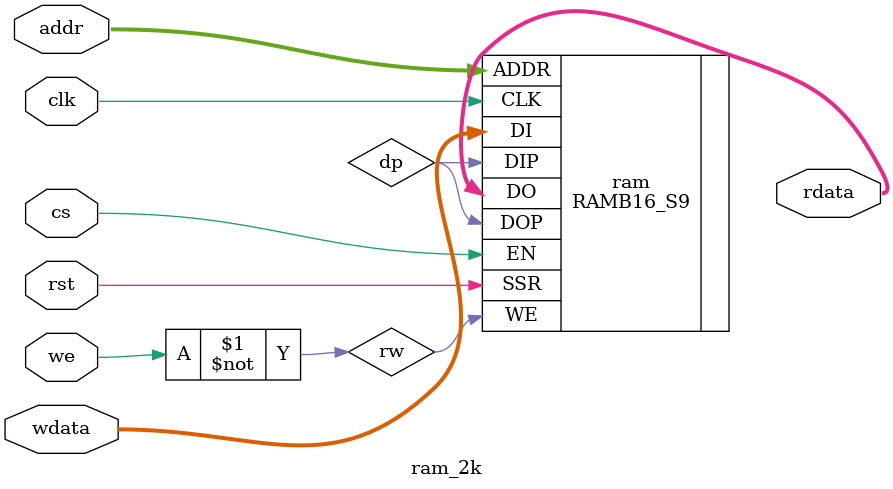
<source format=v>
`timescale 1ns/10ps

module ram_2k (clk, rst, cs, we, addr, rdata, wdata);
  // IO Ports
  input clk;
  input rst;
  input cs;
  input we;
  input [10:0] addr;
  output [7:0] rdata;
  input [7:0] wdata;

  // Net declarations
  wire dp;
  wire rw;

  // Module instantiations
  RAMB16_S9 ram (.DO(rdata),
                 .DOP (dp),
                 .ADDR (addr),
                 .CLK (clk),
                 .DI (wdata),
                 .DIP (dp),
                 .EN (cs),
                 .SSR (rst),
                 .WE (rw));

    defparam ram.INIT_00 = 256'h554456_2043504F53_20302E3176_20726F737365636F7270_2074655A;
		
  // Assignments
  assign rw = ~we;
endmodule
</source>
